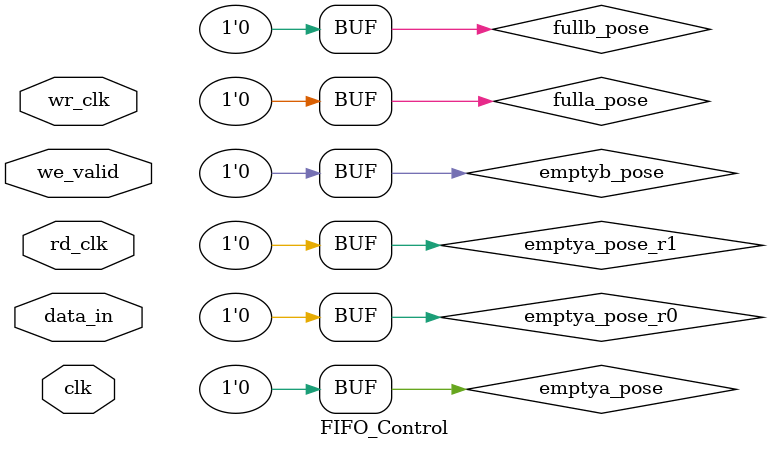
<source format=v>
module FIFO_Control(
	input	clk,
	input	wr_clk,
	input	rd_clk,
	input	we_valid,
	input	[13:0]	data_in
);

reg 	wea_en;			//写数据A使能
reg		web_en;			//写数据B使能
reg 	rda_en;			//读数据A使能
reg		rdb_en;			//读数据B使能
reg		[13:0]	din_a;	//输入A数据
reg		[13:0]	din_b;	//输入B数据

wire	fulla;
wire	fullb;
wire	emptya;
wire	emptyb;
wire	[9:0]	rda_data_count;
wire	[9:0]	rdb_data_count;
wire	[9:0]	wea_data_count;
wire	[9:0]	web_data_count;

wire	[13:0]	douta;
wire	[13:0]	doutb;
//---------------------检测跳变沿---------------------//
reg		fulla_pose_r0 = 0;
reg		fulla_pose_r1 = 0;
wire	fulla_pose = 0;			//检测写满A信号上升沿
reg		emptya_pose_r0 = 0;
reg		emptya_pose_r1 = 0;
wire	emptya_pose = 0;		//检测读空A信号上升沿
reg		fullb_pose_r0 = 0;
reg		fullb_pose_r1 = 0;
wire	fullb_pose = 0;			//检测写满B信号上升沿
reg 	emptyb_pose_r0 = 0;
reg 	emptyb_pose_r1 = 0;
wire 	emptyb_pose = 0;		//检测读空B信号上升沿

always @(posedge clk) begin
	fulla_pose_r0 <= fulla;
	fulla_pose_r1 <= fulla_pose_r0;
end
always @(posedge clk) begin
	fullb_pose_r0 <= fullb;
	fullb_pose_r1 <= fullb_pose_r0;
end
always @(posedge clk) begin
	emptyb_pose_r0 <= emptya;
	emptyb_pose_r1 <= emptyb_pose_r0;
end
always @(posedge clk) begin
	emptyb_pose_r0 <= emptyb;
	emptyb_pose_r1 <= emptyb_pose_r0;
end

assign	fulla_pose = fulla_pose_r0 && ~fulla_pose_r1;
assign	fullb_pose = fullb_pose_r0 && ~fullb_pose_r1;
assign	emptya_pose = emptya_pose_r0 && emptya_pose_r1;
assign	emptyb_pose = emptyb_pose_r0 && emptyb_pose_r1;
//-----------------------状态机-----------------------//
reg     [3:0]   current_state = 4'b0001;
reg     [3:0]   next_state = 4'b0001;

parameter   web_rda = 4'b0001;
parameter   rda = 4'b0010;
parameter   wea_rdb = 4'b0100;
parameter   rdb = 4'b1000;
//------------状态跳转程序-----------//
always @(posedge clk) begin
    current_state <= next_state;
end
//------------状态跳转输出-----------//
always @(posedge clk) begin
    case (current_state)
        web_rda:
            begin
                if(fullb_pose == 1)  begin
                    next_state <= rda;
                end
                else    begin
                    next_state <= web_rda;
                end
            end
        rda:
            begin
                if(emptya_pose == 1)  begin
                    next_state <= wea_rdb;
                end
                else    begin
                    next_state <= rda;
                end
            end
        wea_rdb:
            begin
                if(fulla_pose == 1)  begin
                    next_state <= rdb;
                end
                else    begin
                    next_state <= wea_rdb;
                end
            end
        rdb:
            begin
                if(emptyb_pose == 1)  begin
                    next_state <= web_rda;
                end
                else    begin
                    next_state <= rdb;
                end
            end
        default: ;
    endcase
end
//--------------逻辑输出--------------//
always @(posedge clk) begin
    case (next_state)
        web_rda:
            begin
                rda_en <= 1;
				wea_en <= 0;
				rdb_en <= 0;
				web_en <= we_valid;
            end
        rda:
            begin
				rda_en <= 1;
				wea_en <= 0;
				rdb_en <= 0;
				web_en <= 0;
            end
        wea_rdb:
            begin
				rda_en <= 0;
				wea_en <= we_valid;
				rdb_en <= 1;
				web_en <= 0;
            end
        rdb:
            begin
				rda_en <= 0;
				wea_en <= 0;
				rdb_en <= 0;
				web_en <= 0;
            end
      default: ;
    endcase
end
//-----------------------------------//

//-----------------例化-----------------//
FIFO				FIFO_inst0(
  .wr_clk			(wr_clk),
  .rd_clk			(rd_clk),
  .din				(data_in),
  .wr_en			(wea_en),
  .rd_en			(rda_en),

  .dout				(douta),
  .full				(fulla),
  .empty			(emptya),
  .rd_data_count	(rda_data_count),
  .wr_data_count	(wea_data_count)
);

FIFO				FIFO_inst1(
  .wr_clk			(wr_clk),
  .rd_clk			(rd_clk),
  .din				(data_in),
  .wr_en			(we_valid),
  .rd_en			(rdb_en),

  .dout				(doutb),
  .full				(fullb),
  .empty			(emptyb),
  .rd_data_count	(rdb_data_count),
  .wr_data_count	(web_data_count)
);
//--------------------------------------//

endmodule 
</source>
